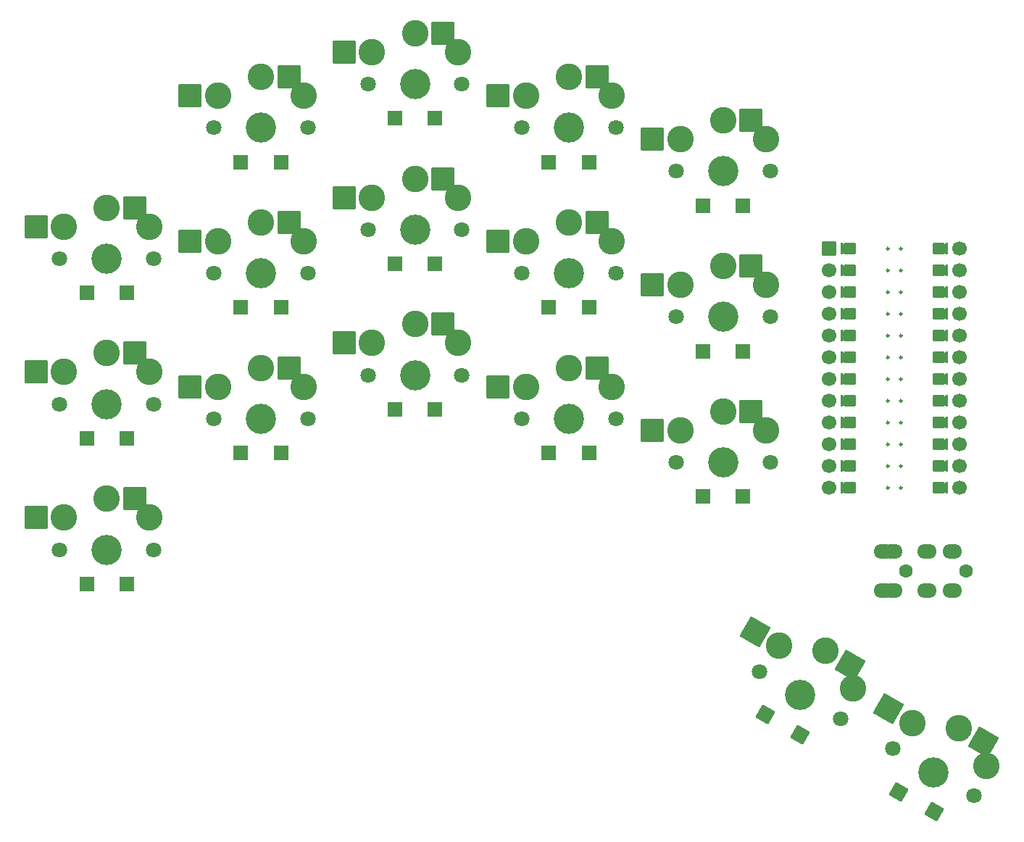
<source format=gbr>
%TF.GenerationSoftware,KiCad,Pcbnew,(6.0.6-1)-1*%
%TF.CreationDate,2022-08-08T10:13:26-05:00*%
%TF.ProjectId,smcboard,736d6362-6f61-4726-942e-6b696361645f,v1.0.0*%
%TF.SameCoordinates,Original*%
%TF.FileFunction,Soldermask,Top*%
%TF.FilePolarity,Negative*%
%FSLAX46Y46*%
G04 Gerber Fmt 4.6, Leading zero omitted, Abs format (unit mm)*
G04 Created by KiCad (PCBNEW (6.0.6-1)-1) date 2022-08-08 10:13:26*
%MOMM*%
%LPD*%
G01*
G04 APERTURE LIST*
G04 Aperture macros list*
%AMRoundRect*
0 Rectangle with rounded corners*
0 $1 Rounding radius*
0 $2 $3 $4 $5 $6 $7 $8 $9 X,Y pos of 4 corners*
0 Add a 4 corners polygon primitive as box body*
4,1,4,$2,$3,$4,$5,$6,$7,$8,$9,$2,$3,0*
0 Add four circle primitives for the rounded corners*
1,1,$1+$1,$2,$3*
1,1,$1+$1,$4,$5*
1,1,$1+$1,$6,$7*
1,1,$1+$1,$8,$9*
0 Add four rect primitives between the rounded corners*
20,1,$1+$1,$2,$3,$4,$5,0*
20,1,$1+$1,$4,$5,$6,$7,0*
20,1,$1+$1,$6,$7,$8,$9,0*
20,1,$1+$1,$8,$9,$2,$3,0*%
%AMFreePoly0*
4,1,14,0.635355,0.435355,0.650000,0.400000,0.650000,0.200000,0.635355,0.164645,0.035355,-0.435355,0.000000,-0.450000,-0.035355,-0.435355,-0.635355,0.164645,-0.650000,0.200000,-0.650000,0.400000,-0.635355,0.435355,-0.600000,0.450000,0.600000,0.450000,0.635355,0.435355,0.635355,0.435355,$1*%
%AMFreePoly1*
4,1,16,0.635355,1.035355,0.650000,1.000000,0.650000,-0.250000,0.635355,-0.285355,0.600000,-0.300000,-0.600000,-0.300000,-0.635355,-0.285355,-0.650000,-0.250000,-0.650000,1.000000,-0.635355,1.035355,-0.600000,1.050000,-0.564645,1.035355,0.000000,0.470710,0.564645,1.035355,0.600000,1.050000,0.635355,1.035355,0.635355,1.035355,$1*%
G04 Aperture macros list end*
%ADD10C,0.250000*%
%ADD11C,0.100000*%
%ADD12C,1.801800*%
%ADD13C,3.529000*%
%ADD14C,3.100000*%
%ADD15RoundRect,0.050000X-1.300000X-1.300000X1.300000X-1.300000X1.300000X1.300000X-1.300000X1.300000X0*%
%ADD16RoundRect,0.050000X0.825000X0.825000X-0.825000X0.825000X-0.825000X-0.825000X0.825000X-0.825000X0*%
%ADD17RoundRect,0.050000X-0.825000X-0.825000X0.825000X-0.825000X0.825000X0.825000X-0.825000X0.825000X0*%
%ADD18RoundRect,0.050000X-1.775833X-0.475833X0.475833X-1.775833X1.775833X0.475833X-0.475833X1.775833X0*%
%ADD19RoundRect,0.050000X1.126971X0.301971X-0.301971X1.126971X-1.126971X-0.301971X0.301971X-1.126971X0*%
%ADD20RoundRect,0.050000X-1.126971X-0.301971X0.301971X-1.126971X1.126971X0.301971X-0.301971X1.126971X0*%
%ADD21C,1.600000*%
%ADD22O,2.300000X1.700000*%
%ADD23C,1.700000*%
%ADD24FreePoly0,90.000000*%
%ADD25RoundRect,0.050000X-0.800000X0.800000X-0.800000X-0.800000X0.800000X-0.800000X0.800000X0.800000X0*%
%ADD26FreePoly0,270.000000*%
%ADD27FreePoly1,270.000000*%
%ADD28FreePoly1,90.000000*%
G04 APERTURE END LIST*
D10*
%TO.C,MCU1*%
X195287000Y-83670000D02*
G75*
G03*
X195287000Y-83670000I-125000J0D01*
G01*
X193763000Y-81130000D02*
G75*
G03*
X193763000Y-81130000I-125000J0D01*
G01*
X193763000Y-76050000D02*
G75*
G03*
X193763000Y-76050000I-125000J0D01*
G01*
X195287000Y-91290000D02*
G75*
G03*
X195287000Y-91290000I-125000J0D01*
G01*
X193763000Y-68430000D02*
G75*
G03*
X193763000Y-68430000I-125000J0D01*
G01*
X193763000Y-86210000D02*
G75*
G03*
X193763000Y-86210000I-125000J0D01*
G01*
X193763000Y-88750000D02*
G75*
G03*
X193763000Y-88750000I-125000J0D01*
G01*
X195287000Y-86210000D02*
G75*
G03*
X195287000Y-86210000I-125000J0D01*
G01*
X195287000Y-88750000D02*
G75*
G03*
X195287000Y-88750000I-125000J0D01*
G01*
X195287000Y-93830000D02*
G75*
G03*
X195287000Y-93830000I-125000J0D01*
G01*
X195287000Y-81130000D02*
G75*
G03*
X195287000Y-81130000I-125000J0D01*
G01*
X193763000Y-96370000D02*
G75*
G03*
X193763000Y-96370000I-125000J0D01*
G01*
X195287000Y-70970000D02*
G75*
G03*
X195287000Y-70970000I-125000J0D01*
G01*
X195287000Y-96370000D02*
G75*
G03*
X195287000Y-96370000I-125000J0D01*
G01*
X195287000Y-76050000D02*
G75*
G03*
X195287000Y-76050000I-125000J0D01*
G01*
X195287000Y-68430000D02*
G75*
G03*
X195287000Y-68430000I-125000J0D01*
G01*
X193763000Y-78590000D02*
G75*
G03*
X193763000Y-78590000I-125000J0D01*
G01*
X195287000Y-73510000D02*
G75*
G03*
X195287000Y-73510000I-125000J0D01*
G01*
X193763000Y-70970000D02*
G75*
G03*
X193763000Y-70970000I-125000J0D01*
G01*
X193763000Y-91290000D02*
G75*
G03*
X193763000Y-91290000I-125000J0D01*
G01*
X193763000Y-73510000D02*
G75*
G03*
X193763000Y-73510000I-125000J0D01*
G01*
X193763000Y-83670000D02*
G75*
G03*
X193763000Y-83670000I-125000J0D01*
G01*
X193763000Y-93830000D02*
G75*
G03*
X193763000Y-93830000I-125000J0D01*
G01*
X195287000Y-78590000D02*
G75*
G03*
X195287000Y-78590000I-125000J0D01*
G01*
G36*
X200496000Y-74018000D02*
G01*
X199480000Y-74018000D01*
X199480000Y-73002000D01*
X200496000Y-73002000D01*
X200496000Y-74018000D01*
G37*
D11*
X200496000Y-74018000D02*
X199480000Y-74018000D01*
X199480000Y-73002000D01*
X200496000Y-73002000D01*
X200496000Y-74018000D01*
G36*
X200496000Y-94338000D02*
G01*
X199480000Y-94338000D01*
X199480000Y-93322000D01*
X200496000Y-93322000D01*
X200496000Y-94338000D01*
G37*
X200496000Y-94338000D02*
X199480000Y-94338000D01*
X199480000Y-93322000D01*
X200496000Y-93322000D01*
X200496000Y-94338000D01*
G36*
X189320000Y-91798000D02*
G01*
X188304000Y-91798000D01*
X188304000Y-90782000D01*
X189320000Y-90782000D01*
X189320000Y-91798000D01*
G37*
X189320000Y-91798000D02*
X188304000Y-91798000D01*
X188304000Y-90782000D01*
X189320000Y-90782000D01*
X189320000Y-91798000D01*
G36*
X189320000Y-68938000D02*
G01*
X188304000Y-68938000D01*
X188304000Y-67922000D01*
X189320000Y-67922000D01*
X189320000Y-68938000D01*
G37*
X189320000Y-68938000D02*
X188304000Y-68938000D01*
X188304000Y-67922000D01*
X189320000Y-67922000D01*
X189320000Y-68938000D01*
G36*
X189320000Y-86718000D02*
G01*
X188304000Y-86718000D01*
X188304000Y-85702000D01*
X189320000Y-85702000D01*
X189320000Y-86718000D01*
G37*
X189320000Y-86718000D02*
X188304000Y-86718000D01*
X188304000Y-85702000D01*
X189320000Y-85702000D01*
X189320000Y-86718000D01*
G36*
X189320000Y-89258000D02*
G01*
X188304000Y-89258000D01*
X188304000Y-88242000D01*
X189320000Y-88242000D01*
X189320000Y-89258000D01*
G37*
X189320000Y-89258000D02*
X188304000Y-89258000D01*
X188304000Y-88242000D01*
X189320000Y-88242000D01*
X189320000Y-89258000D01*
G36*
X200496000Y-89258000D02*
G01*
X199480000Y-89258000D01*
X199480000Y-88242000D01*
X200496000Y-88242000D01*
X200496000Y-89258000D01*
G37*
X200496000Y-89258000D02*
X199480000Y-89258000D01*
X199480000Y-88242000D01*
X200496000Y-88242000D01*
X200496000Y-89258000D01*
G36*
X189320000Y-84178000D02*
G01*
X188304000Y-84178000D01*
X188304000Y-83162000D01*
X189320000Y-83162000D01*
X189320000Y-84178000D01*
G37*
X189320000Y-84178000D02*
X188304000Y-84178000D01*
X188304000Y-83162000D01*
X189320000Y-83162000D01*
X189320000Y-84178000D01*
G36*
X200496000Y-84178000D02*
G01*
X199480000Y-84178000D01*
X199480000Y-83162000D01*
X200496000Y-83162000D01*
X200496000Y-84178000D01*
G37*
X200496000Y-84178000D02*
X199480000Y-84178000D01*
X199480000Y-83162000D01*
X200496000Y-83162000D01*
X200496000Y-84178000D01*
G36*
X200496000Y-79098000D02*
G01*
X199480000Y-79098000D01*
X199480000Y-78082000D01*
X200496000Y-78082000D01*
X200496000Y-79098000D01*
G37*
X200496000Y-79098000D02*
X199480000Y-79098000D01*
X199480000Y-78082000D01*
X200496000Y-78082000D01*
X200496000Y-79098000D01*
G36*
X200496000Y-81638000D02*
G01*
X199480000Y-81638000D01*
X199480000Y-80622000D01*
X200496000Y-80622000D01*
X200496000Y-81638000D01*
G37*
X200496000Y-81638000D02*
X199480000Y-81638000D01*
X199480000Y-80622000D01*
X200496000Y-80622000D01*
X200496000Y-81638000D01*
G36*
X200496000Y-91798000D02*
G01*
X199480000Y-91798000D01*
X199480000Y-90782000D01*
X200496000Y-90782000D01*
X200496000Y-91798000D01*
G37*
X200496000Y-91798000D02*
X199480000Y-91798000D01*
X199480000Y-90782000D01*
X200496000Y-90782000D01*
X200496000Y-91798000D01*
G36*
X189320000Y-76558000D02*
G01*
X188304000Y-76558000D01*
X188304000Y-75542000D01*
X189320000Y-75542000D01*
X189320000Y-76558000D01*
G37*
X189320000Y-76558000D02*
X188304000Y-76558000D01*
X188304000Y-75542000D01*
X189320000Y-75542000D01*
X189320000Y-76558000D01*
G36*
X200496000Y-96878000D02*
G01*
X199480000Y-96878000D01*
X199480000Y-95862000D01*
X200496000Y-95862000D01*
X200496000Y-96878000D01*
G37*
X200496000Y-96878000D02*
X199480000Y-96878000D01*
X199480000Y-95862000D01*
X200496000Y-95862000D01*
X200496000Y-96878000D01*
G36*
X189320000Y-81638000D02*
G01*
X188304000Y-81638000D01*
X188304000Y-80622000D01*
X189320000Y-80622000D01*
X189320000Y-81638000D01*
G37*
X189320000Y-81638000D02*
X188304000Y-81638000D01*
X188304000Y-80622000D01*
X189320000Y-80622000D01*
X189320000Y-81638000D01*
G36*
X200496000Y-86718000D02*
G01*
X199480000Y-86718000D01*
X199480000Y-85702000D01*
X200496000Y-85702000D01*
X200496000Y-86718000D01*
G37*
X200496000Y-86718000D02*
X199480000Y-86718000D01*
X199480000Y-85702000D01*
X200496000Y-85702000D01*
X200496000Y-86718000D01*
G36*
X189320000Y-79098000D02*
G01*
X188304000Y-79098000D01*
X188304000Y-78082000D01*
X189320000Y-78082000D01*
X189320000Y-79098000D01*
G37*
X189320000Y-79098000D02*
X188304000Y-79098000D01*
X188304000Y-78082000D01*
X189320000Y-78082000D01*
X189320000Y-79098000D01*
G36*
X189320000Y-74018000D02*
G01*
X188304000Y-74018000D01*
X188304000Y-73002000D01*
X189320000Y-73002000D01*
X189320000Y-74018000D01*
G37*
X189320000Y-74018000D02*
X188304000Y-74018000D01*
X188304000Y-73002000D01*
X189320000Y-73002000D01*
X189320000Y-74018000D01*
G36*
X200496000Y-68938000D02*
G01*
X199480000Y-68938000D01*
X199480000Y-67922000D01*
X200496000Y-67922000D01*
X200496000Y-68938000D01*
G37*
X200496000Y-68938000D02*
X199480000Y-68938000D01*
X199480000Y-67922000D01*
X200496000Y-67922000D01*
X200496000Y-68938000D01*
G36*
X189320000Y-71478000D02*
G01*
X188304000Y-71478000D01*
X188304000Y-70462000D01*
X189320000Y-70462000D01*
X189320000Y-71478000D01*
G37*
X189320000Y-71478000D02*
X188304000Y-71478000D01*
X188304000Y-70462000D01*
X189320000Y-70462000D01*
X189320000Y-71478000D01*
G36*
X189320000Y-94338000D02*
G01*
X188304000Y-94338000D01*
X188304000Y-93322000D01*
X189320000Y-93322000D01*
X189320000Y-94338000D01*
G37*
X189320000Y-94338000D02*
X188304000Y-94338000D01*
X188304000Y-93322000D01*
X189320000Y-93322000D01*
X189320000Y-94338000D01*
G36*
X200496000Y-76558000D02*
G01*
X199480000Y-76558000D01*
X199480000Y-75542000D01*
X200496000Y-75542000D01*
X200496000Y-76558000D01*
G37*
X200496000Y-76558000D02*
X199480000Y-76558000D01*
X199480000Y-75542000D01*
X200496000Y-75542000D01*
X200496000Y-76558000D01*
G36*
X200496000Y-71478000D02*
G01*
X199480000Y-71478000D01*
X199480000Y-70462000D01*
X200496000Y-70462000D01*
X200496000Y-71478000D01*
G37*
X200496000Y-71478000D02*
X199480000Y-71478000D01*
X199480000Y-70462000D01*
X200496000Y-70462000D01*
X200496000Y-71478000D01*
G36*
X189320000Y-96878000D02*
G01*
X188304000Y-96878000D01*
X188304000Y-95862000D01*
X189320000Y-95862000D01*
X189320000Y-96878000D01*
G37*
X189320000Y-96878000D02*
X188304000Y-96878000D01*
X188304000Y-95862000D01*
X189320000Y-95862000D01*
X189320000Y-96878000D01*
%TD*%
D12*
%TO.C,S7*%
X132900000Y-83200000D03*
X143900000Y-83200000D03*
D13*
X138400000Y-83200000D03*
D14*
X138400000Y-77250000D03*
X143400000Y-79450000D03*
X138400000Y-77250000D03*
X133400000Y-79450000D03*
D15*
X141675000Y-77250000D03*
X130125000Y-79450000D03*
%TD*%
D13*
%TO.C,S1*%
X102400000Y-103600000D03*
D14*
X107400000Y-99850000D03*
D12*
X107900000Y-103600000D03*
D14*
X102400000Y-97650000D03*
X97400000Y-99850000D03*
X102400000Y-97650000D03*
D12*
X96900000Y-103600000D03*
D15*
X105675000Y-97650000D03*
X94125000Y-99850000D03*
%TD*%
D16*
%TO.C,D6*%
X118050000Y-58300000D03*
D17*
X122750000Y-58300000D03*
%TD*%
D16*
%TO.C,D7*%
X136050000Y-87200000D03*
D17*
X140750000Y-87200000D03*
%TD*%
D16*
%TO.C,D11*%
X154050000Y-75300000D03*
D17*
X158750000Y-75300000D03*
%TD*%
D14*
%TO.C,S16*%
X180944873Y-114852405D03*
D13*
X183400000Y-120600000D03*
D14*
X186375000Y-115447149D03*
D12*
X178636860Y-117850000D03*
D14*
X189605127Y-119852405D03*
D12*
X188163140Y-123350000D03*
D14*
X186375000Y-115447149D03*
D18*
X189211233Y-117084649D03*
X178108640Y-113214905D03*
%TD*%
D16*
%TO.C,D13*%
X172050000Y-97400000D03*
D17*
X176750000Y-97400000D03*
%TD*%
D16*
%TO.C,D3*%
X100050000Y-73600000D03*
D17*
X104750000Y-73600000D03*
%TD*%
D19*
%TO.C,D16*%
X179364840Y-122889102D03*
D20*
X183435160Y-125239102D03*
%TD*%
D16*
%TO.C,D12*%
X154050000Y-58300000D03*
D17*
X158750000Y-58300000D03*
%TD*%
D13*
%TO.C,S3*%
X102400000Y-69600000D03*
D14*
X102400000Y-63650000D03*
X97400000Y-65850000D03*
D12*
X96900000Y-69600000D03*
X107900000Y-69600000D03*
D14*
X107400000Y-65850000D03*
X102400000Y-63650000D03*
D15*
X105675000Y-63650000D03*
X94125000Y-65850000D03*
%TD*%
D16*
%TO.C,D2*%
X100050000Y-90600000D03*
D17*
X104750000Y-90600000D03*
%TD*%
D14*
%TO.C,S15*%
X179400000Y-55650000D03*
X169400000Y-55650000D03*
X174400000Y-53450000D03*
X174400000Y-53450000D03*
D12*
X179900000Y-59400000D03*
X168900000Y-59400000D03*
D13*
X174400000Y-59400000D03*
D15*
X177675000Y-53450000D03*
X166125000Y-55650000D03*
%TD*%
D14*
%TO.C,S5*%
X120400000Y-65350000D03*
X120400000Y-65350000D03*
X125400000Y-67550000D03*
D12*
X114900000Y-71300000D03*
D14*
X115400000Y-67550000D03*
D12*
X125900000Y-71300000D03*
D13*
X120400000Y-71300000D03*
D15*
X123675000Y-65350000D03*
X112125000Y-67550000D03*
%TD*%
D13*
%TO.C,S10*%
X156400000Y-88300000D03*
D12*
X150900000Y-88300000D03*
D14*
X156400000Y-82350000D03*
D12*
X161900000Y-88300000D03*
D14*
X161400000Y-84550000D03*
X156400000Y-82350000D03*
X151400000Y-84550000D03*
D15*
X159675000Y-82350000D03*
X148125000Y-84550000D03*
%TD*%
D16*
%TO.C,D14*%
X172050000Y-80400000D03*
D17*
X176750000Y-80400000D03*
%TD*%
D14*
%TO.C,S17*%
X201963457Y-124447149D03*
D12*
X203751597Y-132350000D03*
D13*
X198988457Y-129600000D03*
D14*
X196533330Y-123852405D03*
D12*
X194225317Y-126850000D03*
D14*
X205193584Y-128852405D03*
X201963457Y-124447149D03*
D18*
X204799690Y-126084649D03*
X193697097Y-122214905D03*
%TD*%
D16*
%TO.C,D5*%
X118050000Y-75300000D03*
D17*
X122750000Y-75300000D03*
%TD*%
D16*
%TO.C,D15*%
X172050000Y-63400000D03*
D17*
X176750000Y-63400000D03*
%TD*%
D16*
%TO.C,D9*%
X136050000Y-53200000D03*
D17*
X140750000Y-53200000D03*
%TD*%
D14*
%TO.C,S2*%
X102400000Y-80650000D03*
X107400000Y-82850000D03*
D13*
X102400000Y-86600000D03*
D12*
X107900000Y-86600000D03*
X96900000Y-86600000D03*
D14*
X102400000Y-80650000D03*
X97400000Y-82850000D03*
D15*
X105675000Y-80650000D03*
X94125000Y-82850000D03*
%TD*%
D13*
%TO.C,S14*%
X174400000Y-76400000D03*
D14*
X179400000Y-72650000D03*
X169400000Y-72650000D03*
D12*
X168900000Y-76400000D03*
D14*
X174400000Y-70450000D03*
D12*
X179900000Y-76400000D03*
D14*
X174400000Y-70450000D03*
D15*
X177675000Y-70450000D03*
X166125000Y-72650000D03*
%TD*%
D14*
%TO.C,S13*%
X169400000Y-89650000D03*
D12*
X179900000Y-93400000D03*
D14*
X174400000Y-87450000D03*
D12*
X168900000Y-93400000D03*
D14*
X174400000Y-87450000D03*
X179400000Y-89650000D03*
D13*
X174400000Y-93400000D03*
D15*
X177675000Y-87450000D03*
X166125000Y-89650000D03*
%TD*%
D16*
%TO.C,D8*%
X136050000Y-70200000D03*
D17*
X140750000Y-70200000D03*
%TD*%
D21*
%TO.C,REF\u002A\u002A*%
X195800000Y-106100000D03*
X202800000Y-106100000D03*
D22*
X193100000Y-103800000D03*
X193100000Y-108400000D03*
X194200000Y-108400000D03*
X194200000Y-103800000D03*
X198200000Y-108400000D03*
X198200000Y-103800000D03*
X201200000Y-108400000D03*
X201200000Y-103800000D03*
%TD*%
D12*
%TO.C,S8*%
X143900000Y-66200000D03*
D13*
X138400000Y-66200000D03*
D14*
X138400000Y-60250000D03*
X143400000Y-62450000D03*
D12*
X132900000Y-66200000D03*
D14*
X138400000Y-60250000D03*
X133400000Y-62450000D03*
D15*
X141675000Y-60250000D03*
X130125000Y-62450000D03*
%TD*%
D14*
%TO.C,S6*%
X115400000Y-50550000D03*
X120400000Y-48350000D03*
D12*
X125900000Y-54300000D03*
D14*
X125400000Y-50550000D03*
D12*
X114900000Y-54300000D03*
D13*
X120400000Y-54300000D03*
D14*
X120400000Y-48350000D03*
D15*
X123675000Y-48350000D03*
X112125000Y-50550000D03*
%TD*%
D14*
%TO.C,S4*%
X115400000Y-84550000D03*
X125400000Y-84550000D03*
D12*
X125900000Y-88300000D03*
D14*
X120400000Y-82350000D03*
D13*
X120400000Y-88300000D03*
D14*
X120400000Y-82350000D03*
D12*
X114900000Y-88300000D03*
D15*
X123675000Y-82350000D03*
X112125000Y-84550000D03*
%TD*%
D14*
%TO.C,S12*%
X151400000Y-50550000D03*
X156400000Y-48350000D03*
D13*
X156400000Y-54300000D03*
D12*
X150900000Y-54300000D03*
X161900000Y-54300000D03*
D14*
X161400000Y-50550000D03*
X156400000Y-48350000D03*
D15*
X159675000Y-48350000D03*
X148125000Y-50550000D03*
%TD*%
D16*
%TO.C,D1*%
X100050000Y-107600000D03*
D17*
X104750000Y-107600000D03*
%TD*%
D14*
%TO.C,S9*%
X138400000Y-43250000D03*
X143400000Y-45450000D03*
X133400000Y-45450000D03*
D12*
X143900000Y-49200000D03*
D14*
X138400000Y-43250000D03*
D13*
X138400000Y-49200000D03*
D12*
X132900000Y-49200000D03*
D15*
X141675000Y-43250000D03*
X130125000Y-45450000D03*
%TD*%
D19*
%TO.C,D17*%
X194953297Y-131889102D03*
D20*
X199023617Y-134239102D03*
%TD*%
D23*
%TO.C,MCU1*%
X202020000Y-86210000D03*
X186780000Y-88750000D03*
X186780000Y-86210000D03*
X202020000Y-73510000D03*
X202020000Y-78590000D03*
X186780000Y-93830000D03*
X186780000Y-68430000D03*
X202020000Y-76050000D03*
D24*
X188558000Y-91290000D03*
X188558000Y-86210000D03*
X188558000Y-70970000D03*
X188558000Y-76050000D03*
D23*
X186780000Y-73510000D03*
D25*
X186780000Y-68430000D03*
D26*
X200242000Y-93830000D03*
X200242000Y-91290000D03*
D23*
X186780000Y-78590000D03*
X186780000Y-76050000D03*
D24*
X188558000Y-96370000D03*
X188558000Y-78590000D03*
X188558000Y-93830000D03*
X188558000Y-81130000D03*
D26*
X200242000Y-73510000D03*
D23*
X186780000Y-96370000D03*
D26*
X200242000Y-81130000D03*
D23*
X202020000Y-83670000D03*
X202020000Y-81130000D03*
D24*
X188558000Y-68430000D03*
D26*
X200242000Y-70970000D03*
D23*
X202020000Y-93830000D03*
X202020000Y-88750000D03*
D24*
X188558000Y-88750000D03*
D26*
X200242000Y-76050000D03*
X200242000Y-86210000D03*
X200242000Y-78590000D03*
X200242000Y-96370000D03*
D23*
X202020000Y-70970000D03*
X202020000Y-96370000D03*
D26*
X200242000Y-68430000D03*
D23*
X186780000Y-81130000D03*
X186780000Y-70970000D03*
X186780000Y-83670000D03*
X202020000Y-68430000D03*
X186780000Y-91290000D03*
D24*
X188558000Y-73510000D03*
D26*
X200242000Y-83670000D03*
D24*
X188558000Y-83670000D03*
D26*
X200242000Y-88750000D03*
D23*
X202020000Y-91290000D03*
D27*
X199226000Y-68430000D03*
X199226000Y-70970000D03*
X199226000Y-73510000D03*
X199226000Y-76050000D03*
X199226000Y-78590000D03*
X199226000Y-81130000D03*
X199226000Y-83670000D03*
X199226000Y-86210000D03*
X199226000Y-88750000D03*
X199226000Y-91290000D03*
X199226000Y-93830000D03*
X199226000Y-96370000D03*
D28*
X189574000Y-96370000D03*
X189574000Y-93830000D03*
X189574000Y-91290000D03*
X189574000Y-88750000D03*
X189574000Y-86210000D03*
X189574000Y-83670000D03*
X189574000Y-81130000D03*
X189574000Y-78590000D03*
X189574000Y-76050000D03*
X189574000Y-73510000D03*
X189574000Y-70970000D03*
X189574000Y-68430000D03*
%TD*%
D12*
%TO.C,S11*%
X161900000Y-71300000D03*
D14*
X161400000Y-67550000D03*
D13*
X156400000Y-71300000D03*
D14*
X156400000Y-65350000D03*
D12*
X150900000Y-71300000D03*
D14*
X151400000Y-67550000D03*
X156400000Y-65350000D03*
D15*
X159675000Y-65350000D03*
X148125000Y-67550000D03*
%TD*%
D16*
%TO.C,D4*%
X118050000Y-92300000D03*
D17*
X122750000Y-92300000D03*
%TD*%
D16*
%TO.C,D10*%
X154050000Y-92300000D03*
D17*
X158750000Y-92300000D03*
%TD*%
M02*

</source>
